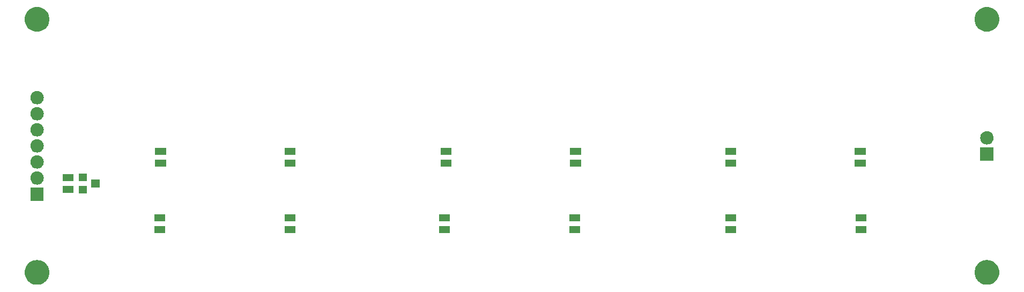
<source format=gbr>
G04 #@! TF.GenerationSoftware,KiCad,Pcbnew,(5.0.1)-4*
G04 #@! TF.CreationDate,2018-12-08T00:32:36+01:00*
G04 #@! TF.ProjectId,IN14_Display,494E31345F446973706C61792E6B6963,rev?*
G04 #@! TF.SameCoordinates,Original*
G04 #@! TF.FileFunction,Soldermask,Bot*
G04 #@! TF.FilePolarity,Negative*
%FSLAX46Y46*%
G04 Gerber Fmt 4.6, Leading zero omitted, Abs format (unit mm)*
G04 Created by KiCad (PCBNEW (5.0.1)-4) date 08.12.2018 00:32:36*
%MOMM*%
%LPD*%
G01*
G04 APERTURE LIST*
%ADD10C,0.100000*%
G04 APERTURE END LIST*
D10*
G36*
X219040891Y-114987351D02*
X219323772Y-115043619D01*
X219678660Y-115190619D01*
X219998051Y-115404029D01*
X220269671Y-115675649D01*
X220483081Y-115995040D01*
X220630081Y-116349928D01*
X220705020Y-116726676D01*
X220705020Y-117110804D01*
X220630081Y-117487552D01*
X220483081Y-117842440D01*
X220269671Y-118161831D01*
X219998051Y-118433451D01*
X219678660Y-118646861D01*
X219323772Y-118793861D01*
X219040891Y-118850129D01*
X218947026Y-118868800D01*
X218562894Y-118868800D01*
X218469029Y-118850129D01*
X218186148Y-118793861D01*
X217831260Y-118646861D01*
X217511869Y-118433451D01*
X217240249Y-118161831D01*
X217026839Y-117842440D01*
X216879839Y-117487552D01*
X216804900Y-117110804D01*
X216804900Y-116726676D01*
X216879839Y-116349928D01*
X217026839Y-115995040D01*
X217240249Y-115675649D01*
X217511869Y-115404029D01*
X217831260Y-115190619D01*
X218186148Y-115043619D01*
X218469029Y-114987351D01*
X218562894Y-114968680D01*
X218947026Y-114968680D01*
X219040891Y-114987351D01*
X219040891Y-114987351D01*
G37*
G36*
X69041191Y-114987351D02*
X69324072Y-115043619D01*
X69678960Y-115190619D01*
X69998351Y-115404029D01*
X70269971Y-115675649D01*
X70483381Y-115995040D01*
X70630381Y-116349928D01*
X70705320Y-116726676D01*
X70705320Y-117110804D01*
X70630381Y-117487552D01*
X70483381Y-117842440D01*
X70269971Y-118161831D01*
X69998351Y-118433451D01*
X69678960Y-118646861D01*
X69324072Y-118793861D01*
X69041191Y-118850129D01*
X68947326Y-118868800D01*
X68563194Y-118868800D01*
X68469329Y-118850129D01*
X68186448Y-118793861D01*
X67831560Y-118646861D01*
X67512169Y-118433451D01*
X67240549Y-118161831D01*
X67027139Y-117842440D01*
X66880139Y-117487552D01*
X66805200Y-117110804D01*
X66805200Y-116726676D01*
X66880139Y-116349928D01*
X67027139Y-115995040D01*
X67240549Y-115675649D01*
X67512169Y-115404029D01*
X67831560Y-115190619D01*
X68186448Y-115043619D01*
X68469329Y-114987351D01*
X68563194Y-114968680D01*
X68947326Y-114968680D01*
X69041191Y-114987351D01*
X69041191Y-114987351D01*
G37*
G36*
X179158000Y-110720000D02*
X177458000Y-110720000D01*
X177458000Y-109620000D01*
X179158000Y-109620000D01*
X179158000Y-110720000D01*
X179158000Y-110720000D01*
G37*
G36*
X199732000Y-110720000D02*
X198032000Y-110720000D01*
X198032000Y-109620000D01*
X199732000Y-109620000D01*
X199732000Y-110720000D01*
X199732000Y-110720000D01*
G37*
G36*
X88988000Y-110720000D02*
X87288000Y-110720000D01*
X87288000Y-109620000D01*
X88988000Y-109620000D01*
X88988000Y-110720000D01*
X88988000Y-110720000D01*
G37*
G36*
X109562000Y-110720000D02*
X107862000Y-110720000D01*
X107862000Y-109620000D01*
X109562000Y-109620000D01*
X109562000Y-110720000D01*
X109562000Y-110720000D01*
G37*
G36*
X133946000Y-110720000D02*
X132246000Y-110720000D01*
X132246000Y-109620000D01*
X133946000Y-109620000D01*
X133946000Y-110720000D01*
X133946000Y-110720000D01*
G37*
G36*
X154520000Y-110720000D02*
X152820000Y-110720000D01*
X152820000Y-109620000D01*
X154520000Y-109620000D01*
X154520000Y-110720000D01*
X154520000Y-110720000D01*
G37*
G36*
X133946000Y-108820000D02*
X132246000Y-108820000D01*
X132246000Y-107720000D01*
X133946000Y-107720000D01*
X133946000Y-108820000D01*
X133946000Y-108820000D01*
G37*
G36*
X154520000Y-108820000D02*
X152820000Y-108820000D01*
X152820000Y-107720000D01*
X154520000Y-107720000D01*
X154520000Y-108820000D01*
X154520000Y-108820000D01*
G37*
G36*
X179158000Y-108820000D02*
X177458000Y-108820000D01*
X177458000Y-107720000D01*
X179158000Y-107720000D01*
X179158000Y-108820000D01*
X179158000Y-108820000D01*
G37*
G36*
X109562000Y-108820000D02*
X107862000Y-108820000D01*
X107862000Y-107720000D01*
X109562000Y-107720000D01*
X109562000Y-108820000D01*
X109562000Y-108820000D01*
G37*
G36*
X199732000Y-108820000D02*
X198032000Y-108820000D01*
X198032000Y-107720000D01*
X199732000Y-107720000D01*
X199732000Y-108820000D01*
X199732000Y-108820000D01*
G37*
G36*
X88988000Y-108820000D02*
X87288000Y-108820000D01*
X87288000Y-107720000D01*
X88988000Y-107720000D01*
X88988000Y-108820000D01*
X88988000Y-108820000D01*
G37*
G36*
X69804000Y-105590000D02*
X67704000Y-105590000D01*
X67704000Y-103490000D01*
X69804000Y-103490000D01*
X69804000Y-105590000D01*
X69804000Y-105590000D01*
G37*
G36*
X76612000Y-104420000D02*
X75312000Y-104420000D01*
X75312000Y-103220000D01*
X76612000Y-103220000D01*
X76612000Y-104420000D01*
X76612000Y-104420000D01*
G37*
G36*
X74510000Y-104370000D02*
X72810000Y-104370000D01*
X72810000Y-103270000D01*
X74510000Y-103270000D01*
X74510000Y-104370000D01*
X74510000Y-104370000D01*
G37*
G36*
X78612000Y-103470000D02*
X77312000Y-103470000D01*
X77312000Y-102270000D01*
X78612000Y-102270000D01*
X78612000Y-103470000D01*
X78612000Y-103470000D01*
G37*
G36*
X68882707Y-100957596D02*
X68959836Y-100965193D01*
X69091787Y-101005220D01*
X69157763Y-101025233D01*
X69340172Y-101122733D01*
X69500054Y-101253946D01*
X69631267Y-101413828D01*
X69728767Y-101596237D01*
X69728767Y-101596238D01*
X69788807Y-101794164D01*
X69809080Y-102000000D01*
X69788807Y-102205836D01*
X69769343Y-102270000D01*
X69728767Y-102403763D01*
X69631267Y-102586172D01*
X69500054Y-102746054D01*
X69340172Y-102877267D01*
X69157763Y-102974767D01*
X69091787Y-102994780D01*
X68959836Y-103034807D01*
X68882707Y-103042404D01*
X68805580Y-103050000D01*
X68702420Y-103050000D01*
X68625293Y-103042404D01*
X68548164Y-103034807D01*
X68416213Y-102994780D01*
X68350237Y-102974767D01*
X68167828Y-102877267D01*
X68007946Y-102746054D01*
X67876733Y-102586172D01*
X67779233Y-102403763D01*
X67738657Y-102270000D01*
X67719193Y-102205836D01*
X67698920Y-102000000D01*
X67719193Y-101794164D01*
X67779233Y-101596238D01*
X67779233Y-101596237D01*
X67876733Y-101413828D01*
X68007946Y-101253946D01*
X68167828Y-101122733D01*
X68350237Y-101025233D01*
X68416213Y-101005220D01*
X68548164Y-100965193D01*
X68625293Y-100957596D01*
X68702420Y-100950000D01*
X68805580Y-100950000D01*
X68882707Y-100957596D01*
X68882707Y-100957596D01*
G37*
G36*
X76612000Y-102520000D02*
X75312000Y-102520000D01*
X75312000Y-101320000D01*
X76612000Y-101320000D01*
X76612000Y-102520000D01*
X76612000Y-102520000D01*
G37*
G36*
X74510000Y-102470000D02*
X72810000Y-102470000D01*
X72810000Y-101370000D01*
X74510000Y-101370000D01*
X74510000Y-102470000D01*
X74510000Y-102470000D01*
G37*
G36*
X68882707Y-98417596D02*
X68959836Y-98425193D01*
X69091787Y-98465220D01*
X69157763Y-98485233D01*
X69340172Y-98582733D01*
X69500054Y-98713946D01*
X69631267Y-98873828D01*
X69728767Y-99056237D01*
X69728767Y-99056238D01*
X69788807Y-99254164D01*
X69809080Y-99460000D01*
X69788807Y-99665836D01*
X69748780Y-99797787D01*
X69728767Y-99863763D01*
X69631267Y-100046172D01*
X69500054Y-100206054D01*
X69340172Y-100337267D01*
X69157763Y-100434767D01*
X69091787Y-100454780D01*
X68959836Y-100494807D01*
X68882707Y-100502404D01*
X68805580Y-100510000D01*
X68702420Y-100510000D01*
X68625293Y-100502404D01*
X68548164Y-100494807D01*
X68416213Y-100454780D01*
X68350237Y-100434767D01*
X68167828Y-100337267D01*
X68007946Y-100206054D01*
X67876733Y-100046172D01*
X67779233Y-99863763D01*
X67759220Y-99797787D01*
X67719193Y-99665836D01*
X67698920Y-99460000D01*
X67719193Y-99254164D01*
X67779233Y-99056238D01*
X67779233Y-99056237D01*
X67876733Y-98873828D01*
X68007946Y-98713946D01*
X68167828Y-98582733D01*
X68350237Y-98485233D01*
X68416213Y-98465220D01*
X68548164Y-98425193D01*
X68625293Y-98417596D01*
X68702420Y-98410000D01*
X68805580Y-98410000D01*
X68882707Y-98417596D01*
X68882707Y-98417596D01*
G37*
G36*
X179158000Y-100240000D02*
X177458000Y-100240000D01*
X177458000Y-99140000D01*
X179158000Y-99140000D01*
X179158000Y-100240000D01*
X179158000Y-100240000D01*
G37*
G36*
X154647000Y-100240000D02*
X152947000Y-100240000D01*
X152947000Y-99140000D01*
X154647000Y-99140000D01*
X154647000Y-100240000D01*
X154647000Y-100240000D01*
G37*
G36*
X134200000Y-100240000D02*
X132500000Y-100240000D01*
X132500000Y-99140000D01*
X134200000Y-99140000D01*
X134200000Y-100240000D01*
X134200000Y-100240000D01*
G37*
G36*
X109562000Y-100240000D02*
X107862000Y-100240000D01*
X107862000Y-99140000D01*
X109562000Y-99140000D01*
X109562000Y-100240000D01*
X109562000Y-100240000D01*
G37*
G36*
X89115000Y-100240000D02*
X87415000Y-100240000D01*
X87415000Y-99140000D01*
X89115000Y-99140000D01*
X89115000Y-100240000D01*
X89115000Y-100240000D01*
G37*
G36*
X199605000Y-100240000D02*
X197905000Y-100240000D01*
X197905000Y-99140000D01*
X199605000Y-99140000D01*
X199605000Y-100240000D01*
X199605000Y-100240000D01*
G37*
G36*
X219804000Y-99240000D02*
X217704000Y-99240000D01*
X217704000Y-97140000D01*
X219804000Y-97140000D01*
X219804000Y-99240000D01*
X219804000Y-99240000D01*
G37*
G36*
X134200000Y-98340000D02*
X132500000Y-98340000D01*
X132500000Y-97240000D01*
X134200000Y-97240000D01*
X134200000Y-98340000D01*
X134200000Y-98340000D01*
G37*
G36*
X154647000Y-98340000D02*
X152947000Y-98340000D01*
X152947000Y-97240000D01*
X154647000Y-97240000D01*
X154647000Y-98340000D01*
X154647000Y-98340000D01*
G37*
G36*
X199605000Y-98340000D02*
X197905000Y-98340000D01*
X197905000Y-97240000D01*
X199605000Y-97240000D01*
X199605000Y-98340000D01*
X199605000Y-98340000D01*
G37*
G36*
X109562000Y-98340000D02*
X107862000Y-98340000D01*
X107862000Y-97240000D01*
X109562000Y-97240000D01*
X109562000Y-98340000D01*
X109562000Y-98340000D01*
G37*
G36*
X89115000Y-98340000D02*
X87415000Y-98340000D01*
X87415000Y-97240000D01*
X89115000Y-97240000D01*
X89115000Y-98340000D01*
X89115000Y-98340000D01*
G37*
G36*
X179158000Y-98340000D02*
X177458000Y-98340000D01*
X177458000Y-97240000D01*
X179158000Y-97240000D01*
X179158000Y-98340000D01*
X179158000Y-98340000D01*
G37*
G36*
X68882707Y-95877596D02*
X68959836Y-95885193D01*
X69091787Y-95925220D01*
X69157763Y-95945233D01*
X69340172Y-96042733D01*
X69500054Y-96173946D01*
X69631267Y-96333828D01*
X69728767Y-96516237D01*
X69728767Y-96516238D01*
X69788807Y-96714164D01*
X69809080Y-96920000D01*
X69788807Y-97125836D01*
X69784510Y-97140000D01*
X69728767Y-97323763D01*
X69631267Y-97506172D01*
X69500054Y-97666054D01*
X69340172Y-97797267D01*
X69157763Y-97894767D01*
X69091787Y-97914780D01*
X68959836Y-97954807D01*
X68882707Y-97962403D01*
X68805580Y-97970000D01*
X68702420Y-97970000D01*
X68625293Y-97962403D01*
X68548164Y-97954807D01*
X68416213Y-97914780D01*
X68350237Y-97894767D01*
X68167828Y-97797267D01*
X68007946Y-97666054D01*
X67876733Y-97506172D01*
X67779233Y-97323763D01*
X67723490Y-97140000D01*
X67719193Y-97125836D01*
X67698920Y-96920000D01*
X67719193Y-96714164D01*
X67779233Y-96516238D01*
X67779233Y-96516237D01*
X67876733Y-96333828D01*
X68007946Y-96173946D01*
X68167828Y-96042733D01*
X68350237Y-95945233D01*
X68416213Y-95925220D01*
X68548164Y-95885193D01*
X68625293Y-95877596D01*
X68702420Y-95870000D01*
X68805580Y-95870000D01*
X68882707Y-95877596D01*
X68882707Y-95877596D01*
G37*
G36*
X218882707Y-94607596D02*
X218959836Y-94615193D01*
X219091787Y-94655220D01*
X219157763Y-94675233D01*
X219340172Y-94772733D01*
X219500054Y-94903946D01*
X219631267Y-95063828D01*
X219728767Y-95246237D01*
X219728767Y-95246238D01*
X219788807Y-95444164D01*
X219809080Y-95650000D01*
X219788807Y-95855836D01*
X219761689Y-95945233D01*
X219728767Y-96053763D01*
X219631267Y-96236172D01*
X219500054Y-96396054D01*
X219340172Y-96527267D01*
X219157763Y-96624767D01*
X219091787Y-96644780D01*
X218959836Y-96684807D01*
X218882707Y-96692403D01*
X218805580Y-96700000D01*
X218702420Y-96700000D01*
X218625293Y-96692403D01*
X218548164Y-96684807D01*
X218416213Y-96644780D01*
X218350237Y-96624767D01*
X218167828Y-96527267D01*
X218007946Y-96396054D01*
X217876733Y-96236172D01*
X217779233Y-96053763D01*
X217746311Y-95945233D01*
X217719193Y-95855836D01*
X217698920Y-95650000D01*
X217719193Y-95444164D01*
X217779233Y-95246238D01*
X217779233Y-95246237D01*
X217876733Y-95063828D01*
X218007946Y-94903946D01*
X218167828Y-94772733D01*
X218350237Y-94675233D01*
X218416213Y-94655220D01*
X218548164Y-94615193D01*
X218625293Y-94607596D01*
X218702420Y-94600000D01*
X218805580Y-94600000D01*
X218882707Y-94607596D01*
X218882707Y-94607596D01*
G37*
G36*
X68882707Y-93337596D02*
X68959836Y-93345193D01*
X69091787Y-93385220D01*
X69157763Y-93405233D01*
X69340172Y-93502733D01*
X69500054Y-93633946D01*
X69631267Y-93793828D01*
X69728767Y-93976237D01*
X69728767Y-93976238D01*
X69788807Y-94174164D01*
X69809080Y-94380000D01*
X69788807Y-94585836D01*
X69761689Y-94675233D01*
X69728767Y-94783763D01*
X69631267Y-94966172D01*
X69500054Y-95126054D01*
X69340172Y-95257267D01*
X69157763Y-95354767D01*
X69091787Y-95374780D01*
X68959836Y-95414807D01*
X68882707Y-95422403D01*
X68805580Y-95430000D01*
X68702420Y-95430000D01*
X68625293Y-95422403D01*
X68548164Y-95414807D01*
X68416213Y-95374780D01*
X68350237Y-95354767D01*
X68167828Y-95257267D01*
X68007946Y-95126054D01*
X67876733Y-94966172D01*
X67779233Y-94783763D01*
X67746311Y-94675233D01*
X67719193Y-94585836D01*
X67698920Y-94380000D01*
X67719193Y-94174164D01*
X67779233Y-93976238D01*
X67779233Y-93976237D01*
X67876733Y-93793828D01*
X68007946Y-93633946D01*
X68167828Y-93502733D01*
X68350237Y-93405233D01*
X68416213Y-93385220D01*
X68548164Y-93345193D01*
X68625293Y-93337596D01*
X68702420Y-93330000D01*
X68805580Y-93330000D01*
X68882707Y-93337596D01*
X68882707Y-93337596D01*
G37*
G36*
X68882707Y-90797596D02*
X68959836Y-90805193D01*
X69091787Y-90845220D01*
X69157763Y-90865233D01*
X69340172Y-90962733D01*
X69500054Y-91093946D01*
X69631267Y-91253828D01*
X69728767Y-91436237D01*
X69728767Y-91436238D01*
X69788807Y-91634164D01*
X69809080Y-91840000D01*
X69788807Y-92045836D01*
X69748780Y-92177787D01*
X69728767Y-92243763D01*
X69631267Y-92426172D01*
X69500054Y-92586054D01*
X69340172Y-92717267D01*
X69157763Y-92814767D01*
X69091787Y-92834780D01*
X68959836Y-92874807D01*
X68882707Y-92882403D01*
X68805580Y-92890000D01*
X68702420Y-92890000D01*
X68625293Y-92882403D01*
X68548164Y-92874807D01*
X68416213Y-92834780D01*
X68350237Y-92814767D01*
X68167828Y-92717267D01*
X68007946Y-92586054D01*
X67876733Y-92426172D01*
X67779233Y-92243763D01*
X67759220Y-92177787D01*
X67719193Y-92045836D01*
X67698920Y-91840000D01*
X67719193Y-91634164D01*
X67779233Y-91436238D01*
X67779233Y-91436237D01*
X67876733Y-91253828D01*
X68007946Y-91093946D01*
X68167828Y-90962733D01*
X68350237Y-90865233D01*
X68416213Y-90845220D01*
X68548164Y-90805193D01*
X68625293Y-90797596D01*
X68702420Y-90790000D01*
X68805580Y-90790000D01*
X68882707Y-90797596D01*
X68882707Y-90797596D01*
G37*
G36*
X68882707Y-88257597D02*
X68959836Y-88265193D01*
X69091787Y-88305220D01*
X69157763Y-88325233D01*
X69340172Y-88422733D01*
X69500054Y-88553946D01*
X69631267Y-88713828D01*
X69728767Y-88896237D01*
X69728767Y-88896238D01*
X69788807Y-89094164D01*
X69809080Y-89300000D01*
X69788807Y-89505836D01*
X69748780Y-89637787D01*
X69728767Y-89703763D01*
X69631267Y-89886172D01*
X69500054Y-90046054D01*
X69340172Y-90177267D01*
X69157763Y-90274767D01*
X69091787Y-90294780D01*
X68959836Y-90334807D01*
X68882707Y-90342403D01*
X68805580Y-90350000D01*
X68702420Y-90350000D01*
X68625293Y-90342403D01*
X68548164Y-90334807D01*
X68416213Y-90294780D01*
X68350237Y-90274767D01*
X68167828Y-90177267D01*
X68007946Y-90046054D01*
X67876733Y-89886172D01*
X67779233Y-89703763D01*
X67759220Y-89637787D01*
X67719193Y-89505836D01*
X67698920Y-89300000D01*
X67719193Y-89094164D01*
X67779233Y-88896238D01*
X67779233Y-88896237D01*
X67876733Y-88713828D01*
X68007946Y-88553946D01*
X68167828Y-88422733D01*
X68350237Y-88325233D01*
X68416213Y-88305220D01*
X68548164Y-88265193D01*
X68625293Y-88257597D01*
X68702420Y-88250000D01*
X68805580Y-88250000D01*
X68882707Y-88257597D01*
X68882707Y-88257597D01*
G37*
G36*
X219040891Y-74987431D02*
X219323772Y-75043699D01*
X219678660Y-75190699D01*
X219998051Y-75404109D01*
X220269671Y-75675729D01*
X220483081Y-75995120D01*
X220630081Y-76350008D01*
X220705020Y-76726756D01*
X220705020Y-77110884D01*
X220630081Y-77487632D01*
X220483081Y-77842520D01*
X220269671Y-78161911D01*
X219998051Y-78433531D01*
X219678660Y-78646941D01*
X219323772Y-78793941D01*
X219040891Y-78850209D01*
X218947026Y-78868880D01*
X218562894Y-78868880D01*
X218469029Y-78850209D01*
X218186148Y-78793941D01*
X217831260Y-78646941D01*
X217511869Y-78433531D01*
X217240249Y-78161911D01*
X217026839Y-77842520D01*
X216879839Y-77487632D01*
X216804900Y-77110884D01*
X216804900Y-76726756D01*
X216879839Y-76350008D01*
X217026839Y-75995120D01*
X217240249Y-75675729D01*
X217511869Y-75404109D01*
X217831260Y-75190699D01*
X218186148Y-75043699D01*
X218469029Y-74987431D01*
X218562894Y-74968760D01*
X218947026Y-74968760D01*
X219040891Y-74987431D01*
X219040891Y-74987431D01*
G37*
G36*
X69041191Y-74987431D02*
X69324072Y-75043699D01*
X69678960Y-75190699D01*
X69998351Y-75404109D01*
X70269971Y-75675729D01*
X70483381Y-75995120D01*
X70630381Y-76350008D01*
X70705320Y-76726756D01*
X70705320Y-77110884D01*
X70630381Y-77487632D01*
X70483381Y-77842520D01*
X70269971Y-78161911D01*
X69998351Y-78433531D01*
X69678960Y-78646941D01*
X69324072Y-78793941D01*
X69041191Y-78850209D01*
X68947326Y-78868880D01*
X68563194Y-78868880D01*
X68469329Y-78850209D01*
X68186448Y-78793941D01*
X67831560Y-78646941D01*
X67512169Y-78433531D01*
X67240549Y-78161911D01*
X67027139Y-77842520D01*
X66880139Y-77487632D01*
X66805200Y-77110884D01*
X66805200Y-76726756D01*
X66880139Y-76350008D01*
X67027139Y-75995120D01*
X67240549Y-75675729D01*
X67512169Y-75404109D01*
X67831560Y-75190699D01*
X68186448Y-75043699D01*
X68469329Y-74987431D01*
X68563194Y-74968760D01*
X68947326Y-74968760D01*
X69041191Y-74987431D01*
X69041191Y-74987431D01*
G37*
M02*

</source>
